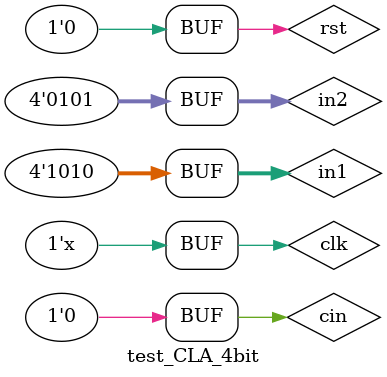
<source format=v>
`timescale 1ns / 1ps


module test_CLA_4bit;

	// Inputs
	reg clk;
	reg rst;
	reg [3:0] in1;
	reg [3:0] in2;
	reg cin;

	// Outputs
	wire [3:0] out;
	wire P;
	wire G;

	// Instantiate the Unit Under Test (UUT)
	wrapper_CLA_4bit uut (
		.clk(clk), 
		.rst(rst), 
		.in1(in1), 
		.in2(in2), 
		.cin(cin), 
		.out(out), 
		.P(P), 
		.G(G)
	);

	initial begin
		// Initialize Inputs
		clk = 0;
		rst = 0;
		in1 = 0;
		in2 = 0;
		cin = 0;

	end
	
	initial begin
		// Initialize Inputs
		clk <= 0;
		rst <= 0;
		in1 <= 0;
		in2 <= 0;
		cin <= 0;
	end
	
	always #10 clk=~clk;
	
	initial begin
		#100 rst <= 1'd0;
		in1<=4'd10;
		in2<=4'd5;
	end
      
endmodule


</source>
